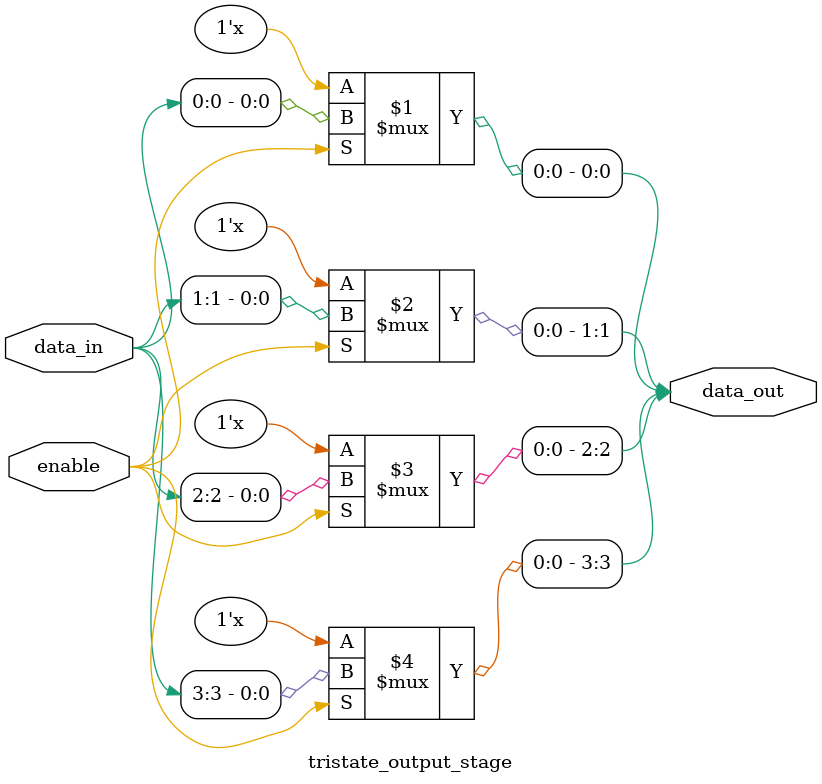
<source format=sv>

module tristate_decoder #(
    parameter ADDR_WIDTH = 2,
    parameter OUT_WIDTH = 4
)(
    input wire clk,                      // Added clock for pipelining
    input wire rst_n,                    // Added reset signal
    input wire [ADDR_WIDTH-1:0] addr,
    input wire enable,
    output wire [OUT_WIDTH-1:0] select
);
    // Internal pipeline registers
    reg [ADDR_WIDTH-1:0] addr_stage1;
    reg enable_stage1, enable_stage2;
    wire [OUT_WIDTH-1:0] decoded_bus;
    reg [OUT_WIDTH-1:0] decoded_stage2;
    
    // Stage 1: Input Capture and Address Processing
    always @(posedge clk or negedge rst_n) begin
        if (!rst_n) begin
            addr_stage1 <= {ADDR_WIDTH{1'b0}};
            enable_stage1 <= 1'b0;
        end else begin
            addr_stage1 <= addr;
            enable_stage1 <= enable;
        end
    end
    
    // Address Decoding - Instantiate optimized decoder module
    decoder_datapath #(
        .ADDR_WIDTH(ADDR_WIDTH),
        .OUT_WIDTH(OUT_WIDTH)
    ) decoder_inst (
        .addr(addr_stage1),
        .decoded(decoded_bus)
    );
    
    // Stage 2: Decoded Data Capture
    always @(posedge clk or negedge rst_n) begin
        if (!rst_n) begin
            decoded_stage2 <= {OUT_WIDTH{1'b0}};
            enable_stage2 <= 1'b0;
        end else begin
            decoded_stage2 <= decoded_bus;
            enable_stage2 <= enable_stage1;
        end
    end
    
    // Output Stage: Tristate Control
    tristate_output_stage #(
        .WIDTH(OUT_WIDTH)
    ) output_stage (
        .enable(enable_stage2),
        .data_in(decoded_stage2),
        .data_out(select)
    );
endmodule

// Optimized decoder datapath module
module decoder_datapath #(
    parameter ADDR_WIDTH = 2,
    parameter OUT_WIDTH = 4
)(
    input wire [ADDR_WIDTH-1:0] addr,
    output reg [OUT_WIDTH-1:0] decoded
);
    // Address validation
    wire valid_addr = (addr < OUT_WIDTH);
    
    // Optimized one-hot decoding with pre-validation
    always @(*) begin
        decoded = {OUT_WIDTH{1'b0}}; // Default all outputs to 0
        if (valid_addr) begin
            decoded[addr] = 1'b1;    // Set only the addressed bit
        end
    end
endmodule

// Enhanced tristate output stage module
module tristate_output_stage #(
    parameter WIDTH = 4
)(
    input wire enable,
    input wire [WIDTH-1:0] data_in,
    output wire [WIDTH-1:0] data_out
);
    // Efficient tristate buffer implementation
    genvar i;
    generate
        for (i = 0; i < WIDTH; i = i + 1) begin : tristate_buffer
            assign data_out[i] = enable ? data_in[i] : 1'bz;
        end
    endgenerate
endmodule
</source>
